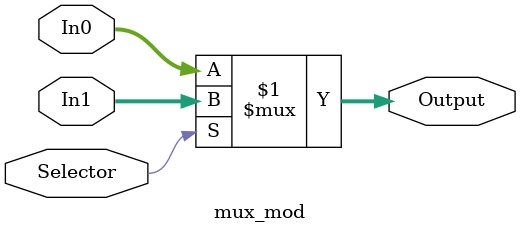
<source format=v>
module mux_mod(In0, In1, Selector, Output);
	
	parameter SIZE = 8;
	
	input Selector;
	input [SIZE-1:0] In0, In1;
	output [SIZE-1:0] Output;
	
	assign Output = Selector?In1:In0;
	
	endmodule
	
	
</source>
